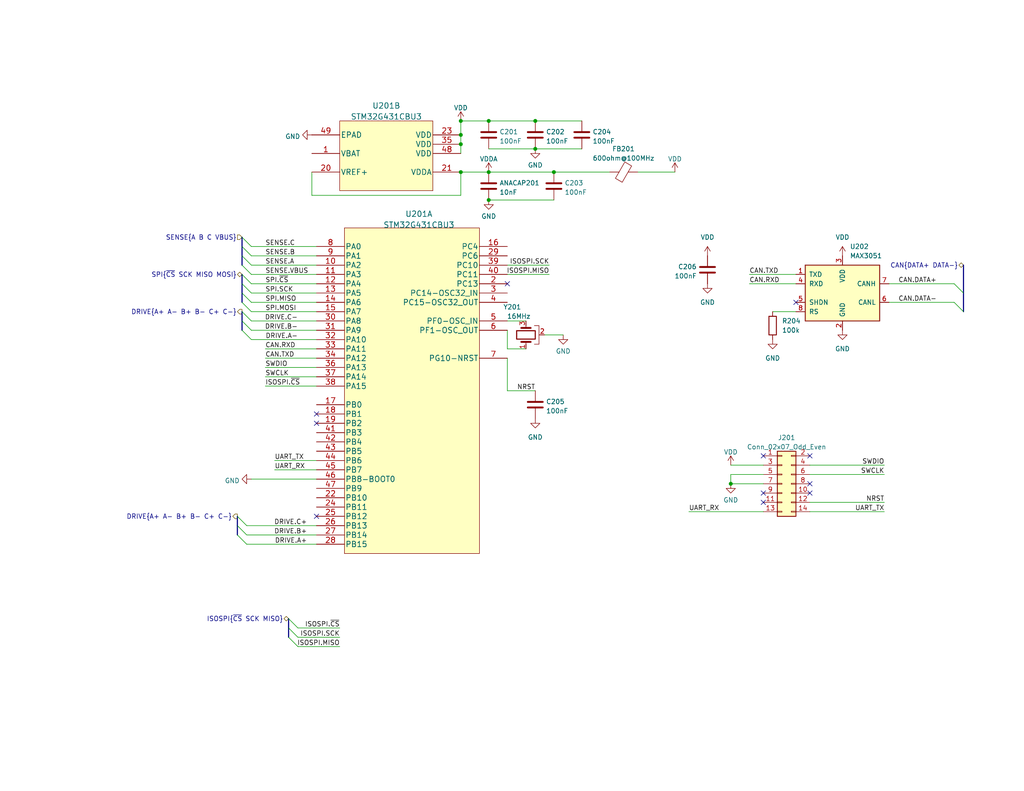
<source format=kicad_sch>
(kicad_sch (version 20230121) (generator eeschema)
  (paper "USLetter")
  (title_block (title "Radome Dish Motor Controller") (date "2023-03-29") (rev "1.0") (company "MIT Radio Society"))
  (lib_symbols
    (symbol "Connector_Generic:Conn_02x07_Odd_Even" (pin_names (offset 1.016) hide)
      (property "Reference" "J" (at 1.27 10.16 0))
      (property "Value" "Conn_02x07_Odd_Even" (at 1.27 -10.16 0))
      (symbol "Conn_02x07_Odd_Even_1_1"
        (rectangle (start -1.27 -7.493) (end 0 -7.747) (stroke (width 0.1524)))
        (rectangle (start -1.27 -4.953) (end 0 -5.207) (stroke (width 0.1524)))
        (rectangle (start -1.27 -2.413) (end 0 -2.667) (stroke (width 0.1524)))
        (rectangle (start -1.27 0.127) (end 0 -0.127) (stroke (width 0.1524)))
        (rectangle (start -1.27 2.667) (end 0 2.413) (stroke (width 0.1524)))
        (rectangle (start -1.27 5.207) (end 0 4.953) (stroke (width 0.1524)))
        (rectangle (start -1.27 7.747) (end 0 7.493) (stroke (width 0.1524)))
        (rectangle (start -1.27 8.89) (end 3.81 -8.89) (stroke (width 0.254)) (fill (type background)))
        (rectangle (start 3.81 -7.493) (end 2.54 -7.747) (stroke (width 0.1524)))
        (rectangle (start 3.81 -4.953) (end 2.54 -5.207) (stroke (width 0.1524)))
        (rectangle (start 3.81 -2.413) (end 2.54 -2.667) (stroke (width 0.1524)))
        (rectangle (start 3.81 0.127) (end 2.54 -0.127) (stroke (width 0.1524)))
        (rectangle (start 3.81 2.667) (end 2.54 2.413) (stroke (width 0.1524)))
        (rectangle (start 3.81 5.207) (end 2.54 4.953) (stroke (width 0.1524)))
        (rectangle (start 3.81 7.747) (end 2.54 7.493) (stroke (width 0.1524)))
        (pin passive line (at -5.08 7.62 0) (length 3.81) (name "Pin_1") (number "1"))
        (pin passive line (at 7.62 -2.54 180) (length 3.81) (name "Pin_10") (number "10"))
        (pin passive line (at -5.08 -5.08 0) (length 3.81) (name "Pin_11") (number "11"))
        (pin passive line (at 7.62 -5.08 180) (length 3.81) (name "Pin_12") (number "12"))
        (pin passive line (at -5.08 -7.62 0) (length 3.81) (name "Pin_13") (number "13"))
        (pin passive line (at 7.62 -7.62 180) (length 3.81) (name "Pin_14") (number "14"))
        (pin passive line (at 7.62 7.62 180) (length 3.81) (name "Pin_2") (number "2"))
        (pin passive line (at -5.08 5.08 0) (length 3.81) (name "Pin_3") (number "3"))
        (pin passive line (at 7.62 5.08 180) (length 3.81) (name "Pin_4") (number "4"))
        (pin passive line (at -5.08 2.54 0) (length 3.81) (name "Pin_5") (number "5"))
        (pin passive line (at 7.62 2.54 180) (length 3.81) (name "Pin_6") (number "6"))
        (pin passive line (at -5.08 0 0) (length 3.81) (name "Pin_7") (number "7"))
        (pin passive line (at 7.62 0 180) (length 3.81) (name "Pin_8") (number "8"))
        (pin passive line (at -5.08 -2.54 0) (length 3.81) (name "Pin_9") (number "9"))
      )
    )
    (symbol "Device:C" (pin_numbers hide) (pin_names (offset 0.254))
      (property "Reference" "C" (at 0.635 2.54 0))
      (property "Value" "C" (at 0.635 -2.54 0))
      (symbol "C_0_1"
        (polyline (pts (xy -2.032 -0.762) (xy 2.032 -0.762)) (stroke (width 0.508)))
        (polyline (pts (xy -2.032 0.762) (xy 2.032 0.762)) (stroke (width 0.508)))
      )
      (symbol "C_1_1"
        (pin passive line (at 0 3.81 270) (length 2.794) (name "~") (number "1"))
        (pin passive line (at 0 -3.81 90) (length 2.794) (name "~") (number "2"))
      )
    )
    (symbol "Device:Crystal_GND2" (pin_names (offset 1.016) hide)
      (property "Reference" "Y" (at 0 5.715 0))
      (property "Value" "Crystal_GND2" (at 0 3.81 0))
      (symbol "Crystal_GND2_0_1"
        (rectangle (start -1.143 2.54) (end 1.143 -2.54) (stroke (width 0.3048)))
        (polyline (pts (xy -2.54 0) (xy -1.905 0)))
        (polyline (pts (xy -1.905 -1.27) (xy -1.905 1.27)) (stroke (width 0.508)))
        (polyline (pts (xy 0 -3.81) (xy 0 -3.556)))
        (polyline (pts (xy 1.905 0) (xy 2.54 0)))
        (polyline (pts (xy 1.905 1.27) (xy 1.905 -1.27)) (stroke (width 0.508)))
        (polyline (pts (xy -2.54 -2.286) (xy -2.54 -3.556) (xy 2.54 -3.556) (xy 2.54 -2.286)))
      )
      (symbol "Crystal_GND2_1_1"
        (pin passive line (at -3.81 0 0) (length 1.27) (name "1") (number "1"))
        (pin passive line (at 0 -5.08 90) (length 1.27) (name "2") (number "2"))
        (pin passive line (at 3.81 0 180) (length 1.27) (name "3") (number "3"))
      )
    )
    (symbol "Device:FerriteBead" (pin_numbers hide) (pin_names (offset 0))
      (property "Reference" "FB" (at -3.81 0.635 90))
      (property "Value" "FerriteBead" (at 3.81 0 90))
      (symbol "FerriteBead_0_1"
        (polyline (pts (xy 0 -1.27) (xy 0 -1.2192)))
        (polyline (pts (xy 0 1.27) (xy 0 1.2954)))
        (polyline (pts (xy -2.7686 0.4064) (xy -1.7018 2.2606) (xy 2.7686 -0.3048) (xy 1.6764 -2.159) (xy -2.7686 0.4064)))
      )
      (symbol "FerriteBead_1_1"
        (pin passive line (at 0 3.81 270) (length 2.54) (name "~") (number "1"))
        (pin passive line (at 0 -3.81 90) (length 2.54) (name "~") (number "2"))
      )
    )
    (symbol "Device:R" (pin_numbers hide) (pin_names (offset 0))
      (property "Reference" "R" (at 2.032 0 90))
      (property "Value" "R" (at 0 0 90))
      (symbol "R_0_1"
        (rectangle (start -1.016 -2.54) (end 1.016 2.54) (stroke (width 0.254)))
      )
      (symbol "R_1_1"
        (pin passive line (at 0 3.81 270) (length 1.27) (name "~") (number "1"))
        (pin passive line (at 0 -3.81 90) (length 1.27) (name "~") (number "2"))
      )
    )
    (symbol "GND_1" (power) (pin_names (offset 0))
      (property "Value" "GND_1" (at 0 -3.81 0))
      (symbol "GND_1_0_1"
        (polyline (pts (xy 0 0) (xy 0 -1.27) (xy 1.27 -1.27) (xy 0 -2.54) (xy -1.27 -1.27) (xy 0 -1.27)))
      )
      (symbol "GND_1_1_1"
        (pin power_in line (at 0 0 270) (length 0) hide (name "GND") (number "1"))
      )
    )
    (symbol "GND_2" (power) (pin_names (offset 0))
      (property "Value" "GND_2" (at 0 -3.81 0))
      (symbol "GND_2_0_1"
        (polyline (pts (xy 0 0) (xy 0 -1.27) (xy 1.27 -1.27) (xy 0 -2.54) (xy -1.27 -1.27) (xy 0 -1.27)))
      )
      (symbol "GND_2_1_1"
        (pin power_in line (at 0 0 270) (length 0) hide (name "GND") (number "1"))
      )
    )
    (symbol "Interface_UART:MAX3051" (pin_names (offset 1.016))
      (property "Reference" "U" (at -10.16 8.89 0))
      (property "Value" "MAX3051" (at 2.54 8.89 0))
      (symbol "MAX3051_0_1"
        (rectangle (start -10.16 7.62) (end 10.16 -7.62) (stroke (width 0.254)) (fill (type background)))
      )
      (symbol "MAX3051_1_1"
        (pin input line (at -12.7 5.08 0) (length 2.54) (name "TXD") (number "1"))
        (pin power_in line (at 0 -10.16 90) (length 2.54) (name "GND") (number "2"))
        (pin power_in line (at 0 10.16 270) (length 2.54) (name "VDD") (number "3"))
        (pin output line (at -12.7 2.54 0) (length 2.54) (name "RXD") (number "4"))
        (pin input line (at -12.7 -2.54 0) (length 2.54) (name "SHDN") (number "5"))
        (pin bidirectional line (at 12.7 -2.54 180) (length 2.54) (name "CANL") (number "6"))
        (pin bidirectional line (at 12.7 2.54 180) (length 2.54) (name "CANH") (number "7"))
        (pin input line (at -12.7 -5.08 0) (length 2.54) (name "RS") (number "8"))
      )
    )
    (symbol "VDD_1" (power) (pin_names (offset 0))
      (property "Value" "VDD_1" (at 0 3.81 0))
      (symbol "VDD_1_0_1"
        (polyline (pts (xy -0.762 1.27) (xy 0 2.54)))
        (polyline (pts (xy 0 0) (xy 0 2.54)))
        (polyline (pts (xy 0 2.54) (xy 0.762 1.27)))
      )
      (symbol "VDD_1_1_1"
        (pin power_in line (at 0 0 90) (length 0) hide (name "VDD") (number "1"))
      )
    )
    (symbol "ayeiser_mcu:STM32G431CBU3_1" (pin_names (offset 0.254))
      (property "Reference" "U?" (at 27.94 8.89 0))
      (property "Value" "STM32G431CBU3_1" (at 27.94 5.8966 0))
      (symbol "STM32G431CBU3_1_1_1"
        (rectangle (start 7.62 5.08) (end 44.45 -83.82) (stroke (width 0.1524)) (fill (type background)))
        (pin bidirectional line (at 0 -5.08 0) (length 7.62) (name "PA2") (number "10"))
        (pin bidirectional line (at 0 -7.62 0) (length 7.62) (name "PA3") (number "11"))
        (pin bidirectional line (at 0 -10.16 0) (length 7.62) (name "PA4") (number "12"))
        (pin bidirectional line (at 0 -12.7 0) (length 7.62) (name "PA5") (number "13"))
        (pin bidirectional line (at 0 -15.24 0) (length 7.62) (name "PA6") (number "14"))
        (pin bidirectional line (at 0 -17.78 0) (length 7.62) (name "PA7") (number "15"))
        (pin bidirectional line (at 52.07 0 180) (length 7.62) (name "PC4") (number "16"))
        (pin bidirectional line (at 0 -43.18 0) (length 7.62) (name "PB0") (number "17"))
        (pin bidirectional line (at 0 -45.72 0) (length 7.62) (name "PB1") (number "18"))
        (pin bidirectional line (at 0 -48.26 0) (length 7.62) (name "PB2") (number "19"))
        (pin bidirectional line (at 52.07 -10.16 180) (length 7.62) (name "PC13") (number "2"))
        (pin bidirectional line (at 0 -68.58 0) (length 7.62) (name "PB10") (number "22"))
        (pin bidirectional line (at 0 -71.12 0) (length 7.62) (name "PB11") (number "24"))
        (pin bidirectional line (at 0 -73.66 0) (length 7.62) (name "PB12") (number "25"))
        (pin bidirectional line (at 0 -76.2 0) (length 7.62) (name "PB13") (number "26"))
        (pin bidirectional line (at 0 -78.74 0) (length 7.62) (name "PB14") (number "27"))
        (pin bidirectional line (at 0 -81.28 0) (length 7.62) (name "PB15") (number "28"))
        (pin bidirectional line (at 52.07 -2.54 180) (length 7.62) (name "PC6") (number "29"))
        (pin bidirectional line (at 52.07 -12.7 180) (length 7.62) (name "PC14-OSC32_IN") (number "3"))
        (pin bidirectional line (at 0 -20.32 0) (length 7.62) (name "PA8") (number "30"))
        (pin bidirectional line (at 0 -22.86 0) (length 7.62) (name "PA9") (number "31"))
        (pin bidirectional line (at 0 -25.4 0) (length 7.62) (name "PA10") (number "32"))
        (pin bidirectional line (at 0 -27.94 0) (length 7.62) (name "PA11") (number "33"))
        (pin bidirectional line (at 0 -30.48 0) (length 7.62) (name "PA12") (number "34"))
        (pin bidirectional line (at 0 -33.02 0) (length 7.62) (name "PA13") (number "36"))
        (pin bidirectional line (at 0 -35.56 0) (length 7.62) (name "PA14") (number "37"))
        (pin bidirectional line (at 0 -38.1 0) (length 7.62) (name "PA15") (number "38"))
        (pin bidirectional line (at 52.07 -5.08 180) (length 7.62) (name "PC10") (number "39"))
        (pin bidirectional line (at 52.07 -15.24 180) (length 7.62) (name "PC15-OSC32_OUT") (number "4"))
        (pin bidirectional line (at 52.07 -7.62 180) (length 7.62) (name "PC11") (number "40"))
        (pin bidirectional line (at 0 -50.8 0) (length 7.62) (name "PB3") (number "41"))
        (pin bidirectional line (at 0 -53.34 0) (length 7.62) (name "PB4") (number "42"))
        (pin bidirectional line (at 0 -55.88 0) (length 7.62) (name "PB5") (number "43"))
        (pin bidirectional line (at 0 -58.42 0) (length 7.62) (name "PB6") (number "44"))
        (pin bidirectional line (at 0 -60.96 0) (length 7.62) (name "PB7") (number "45"))
        (pin bidirectional line (at 0 -63.5 0) (length 7.62) (name "PB8-BOOT0") (number "46"))
        (pin bidirectional line (at 0 -66.04 0) (length 7.62) (name "PB9") (number "47"))
        (pin bidirectional line (at 52.07 -20.32 180) (length 7.62) (name "PF0-OSC_IN") (number "5"))
        (pin bidirectional line (at 52.07 -22.86 180) (length 7.62) (name "PF1-OSC_OUT") (number "6"))
        (pin bidirectional line (at 52.07 -30.48 180) (length 7.62) (name "PG10-NRST") (number "7"))
        (pin bidirectional line (at 0 0 0) (length 7.62) (name "PA0") (number "8"))
        (pin bidirectional line (at 0 -2.54 0) (length 7.62) (name "PA1") (number "9"))
      )
      (symbol "STM32G431CBU3_1_2_1"
        (rectangle (start 7.62 3.81) (end 33.02 -15.24) (stroke (width 0.1524)) (fill (type background)))
        (pin power_in line (at 0 -5.08 0) (length 7.62) (name "VBAT") (number "1"))
        (pin power_in line (at 0 -10.16 0) (length 7.62) (name "VREF+") (number "20"))
        (pin power_in line (at 40.64 -10.16 180) (length 7.62) (name "VDDA") (number "21"))
        (pin power_in line (at 40.64 0 180) (length 7.62) (name "VDD") (number "23"))
        (pin power_in line (at 40.64 -2.54 180) (length 7.62) (name "VDD") (number "35"))
        (pin power_in line (at 40.64 -5.08 180) (length 7.62) (name "VDD") (number "48"))
        (pin unspecified line (at 0 0 0) (length 7.62) (name "EPAD") (number "49"))
      )
    )
    (symbol "power:GND" (power) (pin_names (offset 0))
      (property "Value" "GND" (at 0 -3.81 0))
      (symbol "GND_0_1"
        (polyline (pts (xy 0 0) (xy 0 -1.27) (xy 1.27 -1.27) (xy 0 -2.54) (xy -1.27 -1.27) (xy 0 -1.27)))
      )
      (symbol "GND_1_1"
        (pin power_in line (at 0 0 270) (length 0) hide (name "GND") (number "1"))
      )
    )
    (symbol "power:VDD" (power) (pin_names (offset 0))
      (property "Value" "VDD" (at 0 3.81 0))
      (symbol "VDD_0_1"
        (polyline (pts (xy -0.762 1.27) (xy 0 2.54)))
        (polyline (pts (xy 0 0) (xy 0 2.54)))
        (polyline (pts (xy 0 2.54) (xy 0.762 1.27)))
      )
      (symbol "VDD_1_1"
        (pin power_in line (at 0 0 90) (length 0) hide (name "VDD") (number "1"))
      )
    )
    (symbol "power:VDDA" (power) (pin_names (offset 0))
      (property "Value" "VDDA" (at 0 3.81 0))
      (symbol "VDDA_0_1"
        (polyline (pts (xy -0.762 1.27) (xy 0 2.54)))
        (polyline (pts (xy 0 0) (xy 0 2.54)))
        (polyline (pts (xy 0 2.54) (xy 0.762 1.27)))
      )
      (symbol "VDDA_1_1"
        (pin power_in line (at 0 0 90) (length 0) hide (name "VDDA") (number "1"))
      )
    )
  )
  (junction (at 133.35 33.02))
  (junction (at 125.73 46.99))
  (junction (at 151.13 46.99))
  (junction (at 125.73 39.37))
  (junction (at 199.39 132.08))
  (junction (at 125.73 36.83))
  (junction (at 146.05 40.64))
  (junction (at 133.35 46.99))
  (junction (at 125.73 33.02))
  (junction (at 146.05 33.02))
  (junction (at 133.35 54.61))
  (no_connect (at 220.98 132.08))
  (no_connect (at 208.28 124.46))
  (no_connect (at 208.28 137.16))
  (no_connect (at 86.36 140.97))
  (no_connect (at 138.43 77.47))
  (no_connect (at 217.17 82.55))
  (no_connect (at 86.36 115.57))
  (no_connect (at 220.98 134.62))
  (no_connect (at 220.98 124.46))
  (no_connect (at 86.36 113.03))
  (no_connect (at 208.28 134.62))
  (bus_entry (at 66.04 90.17) (size 2.54 2.54))
  (bus_entry (at 66.04 77.47) (size 2.54 2.54))
  (bus_entry (at 78.74 168.91) (size 2.54 2.54))
  (bus_entry (at 66.04 82.55) (size 2.54 2.54))
  (bus_entry (at 260.35 77.47) (size 2.54 2.54))
  (bus_entry (at 64.77 143.51) (size 2.54 2.54))
  (bus_entry (at 64.77 146.05) (size 2.54 2.54))
  (bus_entry (at 66.04 85.09) (size 2.54 2.54))
  (bus_entry (at 64.77 140.97) (size 2.54 2.54))
  (bus_entry (at 78.74 171.45) (size 2.54 2.54))
  (bus_entry (at 66.04 64.77) (size 2.54 2.54))
  (bus_entry (at 78.74 173.99) (size 2.54 2.54))
  (bus_entry (at 66.04 72.39) (size 2.54 2.54))
  (bus_entry (at 66.04 87.63) (size 2.54 2.54))
  (bus_entry (at 66.04 80.01) (size 2.54 2.54))
  (bus_entry (at 66.04 67.31) (size 2.54 2.54))
  (bus_entry (at 66.04 69.85) (size 2.54 2.54))
  (bus_entry (at 260.35 82.55) (size 2.54 2.54))
  (bus_entry (at 66.04 74.93) (size 2.54 2.54))
  (bus (pts (xy 78.74 168.91) (xy 78.74 171.45)))
  (wire (pts (xy 68.58 90.17) (xy 86.36 90.17)))
  (wire (pts (xy 125.73 36.83) (xy 125.73 39.37)))
  (wire (pts (xy 68.58 85.09) (xy 86.36 85.09)))
  (wire (pts (xy 138.43 74.93) (xy 149.86 74.93)))
  (bus (pts (xy 66.04 80.01) (xy 66.04 82.55)))
  (wire (pts (xy 68.58 77.47) (xy 86.36 77.47)))
  (wire (pts (xy 199.39 132.08) (xy 208.28 132.08)))
  (wire (pts (xy 68.58 130.81) (xy 86.36 130.81)))
  (bus (pts (xy 66.04 87.63) (xy 66.04 85.09)))
  (wire (pts (xy 133.35 40.64) (xy 146.05 40.64)))
  (wire (pts (xy 220.98 129.54) (xy 241.3 129.54)))
  (wire (pts (xy 81.28 176.53) (xy 92.71 176.53)))
  (wire (pts (xy 138.43 106.68) (xy 146.05 106.68)))
  (wire (pts (xy 199.39 127) (xy 208.28 127)))
  (wire (pts (xy 85.09 53.34) (xy 125.73 53.34)))
  (wire (pts (xy 138.43 87.63) (xy 143.51 87.63)))
  (wire (pts (xy 143.51 95.25) (xy 138.43 95.25)))
  (bus (pts (xy 66.04 74.93) (xy 66.04 77.47)))
  (bus (pts (xy 262.89 72.39) (xy 262.89 80.01)))
  (wire (pts (xy 68.58 80.01) (xy 86.36 80.01)))
  (wire (pts (xy 138.43 95.25) (xy 138.43 90.17)))
  (wire (pts (xy 242.57 82.55) (xy 260.35 82.55)))
  (wire (pts (xy 68.58 87.63) (xy 86.36 87.63)))
  (wire (pts (xy 210.82 85.09) (xy 217.17 85.09)))
  (wire (pts (xy 72.39 97.79) (xy 86.36 97.79)))
  (wire (pts (xy 146.05 33.02) (xy 158.75 33.02)))
  (wire (pts (xy 81.28 171.45) (xy 92.71 171.45)))
  (bus (pts (xy 66.04 77.47) (xy 66.04 80.01)))
  (wire (pts (xy 125.73 33.02) (xy 133.35 33.02)))
  (wire (pts (xy 125.73 39.37) (xy 125.73 41.91)))
  (bus (pts (xy 262.89 80.01) (xy 262.89 85.09)))
  (wire (pts (xy 86.36 105.41) (xy 72.39 105.41)))
  (wire (pts (xy 68.58 82.55) (xy 86.36 82.55)))
  (bus (pts (xy 66.04 69.85) (xy 66.04 67.31)))
  (wire (pts (xy 204.47 74.93) (xy 217.17 74.93)))
  (wire (pts (xy 133.35 54.61) (xy 151.13 54.61)))
  (wire (pts (xy 74.93 125.73) (xy 86.36 125.73)))
  (wire (pts (xy 242.57 77.47) (xy 260.35 77.47)))
  (wire (pts (xy 68.58 74.93) (xy 86.36 74.93)))
  (wire (pts (xy 72.39 100.33) (xy 86.36 100.33)))
  (bus (pts (xy 66.04 90.17) (xy 66.04 87.63)))
  (wire (pts (xy 187.96 139.7) (xy 208.28 139.7)))
  (bus (pts (xy 64.77 146.05) (xy 64.77 143.51)))
  (wire (pts (xy 74.93 128.27) (xy 86.36 128.27)))
  (wire (pts (xy 125.73 33.02) (xy 125.73 36.83)))
  (wire (pts (xy 68.58 69.85) (xy 86.36 69.85)))
  (wire (pts (xy 125.73 53.34) (xy 125.73 46.99)))
  (wire (pts (xy 68.58 92.71) (xy 86.36 92.71)))
  (wire (pts (xy 148.59 91.44) (xy 153.67 91.44)))
  (wire (pts (xy 204.47 77.47) (xy 217.17 77.47)))
  (wire (pts (xy 67.31 143.51) (xy 86.36 143.51)))
  (wire (pts (xy 220.98 127) (xy 241.3 127)))
  (wire (pts (xy 199.39 132.08) (xy 199.39 129.54)))
  (wire (pts (xy 151.13 46.99) (xy 166.37 46.99)))
  (bus (pts (xy 78.74 171.45) (xy 78.74 173.99)))
  (bus (pts (xy 66.04 69.85) (xy 66.04 72.39)))
  (wire (pts (xy 85.09 46.99) (xy 85.09 53.34)))
  (bus (pts (xy 66.04 67.31) (xy 66.04 64.77)))
  (wire (pts (xy 133.35 46.99) (xy 151.13 46.99)))
  (wire (pts (xy 138.43 72.39) (xy 149.86 72.39)))
  (wire (pts (xy 220.98 137.16) (xy 241.3 137.16)))
  (wire (pts (xy 125.73 46.99) (xy 133.35 46.99)))
  (wire (pts (xy 72.39 102.87) (xy 86.36 102.87)))
  (wire (pts (xy 138.43 97.79) (xy 138.43 106.68)))
  (wire (pts (xy 68.58 67.31) (xy 86.36 67.31)))
  (wire (pts (xy 133.35 33.02) (xy 146.05 33.02)))
  (wire (pts (xy 220.98 139.7) (xy 241.3 139.7)))
  (wire (pts (xy 67.31 146.05) (xy 86.36 146.05)))
  (wire (pts (xy 81.28 173.99) (xy 92.71 173.99)))
  (wire (pts (xy 68.58 72.39) (xy 86.36 72.39)))
  (wire (pts (xy 72.39 95.25) (xy 86.36 95.25)))
  (wire (pts (xy 67.31 148.59) (xy 86.36 148.59)))
  (wire (pts (xy 199.39 129.54) (xy 208.28 129.54)))
  (wire (pts (xy 173.99 46.99) (xy 184.15 46.99)))
  (wire (pts (xy 146.05 40.64) (xy 158.75 40.64)))
  (bus (pts (xy 64.77 143.51) (xy 64.77 140.97)))
  (label "ISOSPI.~{CS}" (at 92.71 171.45 180))
  (label "ISOSPI.~{CS}" (at 72.39 105.41 0))
  (label "DRIVE.A-" (at 81.28 92.71 180))
  (label "UART_TX" (at 74.93 125.73 0))
  (label "UART_RX" (at 187.96 139.7 0))
  (label "NRST" (at 241.3 137.16 180))
  (label "NRST" (at 146.05 106.68 180))
  (label "DRIVE.B+" (at 83.82 146.05 180))
  (label "SWCLK" (at 72.39 102.87 0))
  (label "CAN.DATA+" (at 245.11 77.47 0))
  (label "SWDIO" (at 72.39 100.33 0))
  (label "UART_TX" (at 241.3 139.7 180))
  (label "DRIVE.C+" (at 83.82 143.51 180))
  (label "ISOSPI.SCK" (at 149.86 72.39 180))
  (label "ISOSPI.MISO" (at 149.86 74.93 180))
  (label "SPI.SCK" (at 72.39 80.01 0))
  (label "SWCLK" (at 241.3 129.54 180))
  (label "DRIVE.C-" (at 81.28 87.63 180))
  (label "UART_RX" (at 74.93 128.27 0))
  (label "CAN.RXD" (at 204.47 77.47 0))
  (label "SPI.MOSI" (at 72.39 85.09 0))
  (label "ISOSPI.SCK" (at 92.71 173.99 180))
  (label "DRIVE.A+" (at 83.82 148.59 180))
  (label "SENSE.C" (at 72.39 67.31 0))
  (label "CAN.TXD" (at 72.39 97.79 0))
  (label "ISOSPI.MISO" (at 92.71 176.53 180))
  (label "DRIVE.B-" (at 81.28 90.17 180))
  (label "CAN.TXD" (at 204.47 74.93 0))
  (label "CAN.RXD" (at 72.39 95.25 0))
  (label "SENSE.A" (at 72.39 72.39 0))
  (label "SENSE.VBUS" (at 72.39 74.93 0))
  (label "SPI.~{CS}" (at 72.39 77.47 0))
  (label "SWDIO" (at 241.3 127 180))
  (label "CAN.DATA-" (at 245.11 82.55 0))
  (label "SPI.MISO" (at 72.39 82.55 0))
  (label "SENSE.B" (at 72.39 69.85 0))
  (hierarchical_label "SENSE{A B C VBUS}" (shape input) (at 66.04 64.77 180))
  (hierarchical_label "SPI{~{CS} SCK MISO MOSI}" (shape bidirectional) (at 66.04 74.93 180))
  (hierarchical_label "DRIVE{A+ A- B+ B- C+ C-}" (shape output) (at 66.04 85.09 180))
  (hierarchical_label "ISOSPI{~{CS} SCK MISO}" (shape bidirectional) (at 78.74 168.91 180))
  (hierarchical_label "CAN{DATA+ DATA-}" (shape bidirectional) (at 262.89 72.39 180))
  (hierarchical_label "DRIVE{A+ A- B+ B- C+ C-}" (shape output) (at 64.77 140.97 180))
  (symbol (lib_id "Connector_Generic:Conn_02x07_Odd_Even") (at 213.36 132.08 0) (unit 1)
    (property "Reference" "J201" (at 214.63 119.4902 0))
    (property "Value" "Conn_02x07_Odd_Even" (at 214.63 122.0271 0))
    (property "Footprint" "Connector_PinHeader_1.27mm:PinHeader_2x07_P1.27mm_Vertical_SMD" (effects hide))
    (property "digikeypn" "1175-1736-ND" (effects hide))
    (property "LCSC" "C5445007" (effects hide))
  )
  (symbol (lib_name "VDD_1") (lib_id "power:VDD") (at 229.87 69.85 0) (unit 1)
    (property "Reference" "#PWR0217" (effects hide))
    (property "Value" "VDD" (at 229.87 64.77 0))
  )
  (symbol (lib_id "power:GND") (at 68.58 130.81 270) (unit 1)
    (property "Reference" "#PWR0202" (effects hide))
    (property "Value" "GND" (at 65.4051 131.2438 90) (effects (justify right)))
  )
  (symbol (lib_id "Interface_UART:MAX3051") (at 229.87 80.01 0) (unit 1)
    (property "Reference" "U202" (at 231.8894 67.31 0) (effects (justify left)))
    (property "Value" "MAX3051" (at 231.8894 69.85 0) (effects (justify left)))
    (property "Footprint" "Package_SO:SO-8_3.9x4.9mm_P1.27mm" (effects hide))
    (property "Datasheet" "http://datasheets.maximintegrated.com/en/ds/MAX3051.pdf" (effects hide))
    (property "LCSC" "C15648" (effects hide))
  )
  (symbol (lib_id "Device:C") (at 146.05 110.49 0) (unit 1)
    (property "Reference" "C205" (at 148.971 109.6553 0) (effects (justify left)))
    (property "Value" "100nF" (at 148.971 112.1922 0) (effects (justify left)))
    (property "Footprint" "Capacitor_SMD:C_0603_1608Metric" (effects hide))
    (property "digikeypn" "1276-1935-1-ND" (effects hide))
    (property "LCSC" "C1591" (effects hide))
  )
  (symbol (lib_name "VDD_1") (lib_id "power:VDD") (at 193.04 69.85 0) (unit 1)
    (property "Reference" "#PWR0201" (effects hide))
    (property "Value" "VDD" (at 193.04 64.77 0))
  )
  (symbol (lib_id "Device:C") (at 158.75 36.83 0) (unit 1)
    (property "Reference" "C204" (at 161.671 35.9953 0) (effects (justify left)))
    (property "Value" "100nF" (at 161.671 38.5322 0) (effects (justify left)))
    (property "Footprint" "Capacitor_SMD:C_0603_1608Metric" (effects hide))
    (property "digikeypn" "1276-1935-1-ND" (effects hide))
    (property "LCSC" "C1591" (effects hide))
  )
  (symbol (lib_id "Device:C") (at 151.13 50.8 0) (unit 1)
    (property "Reference" "C203" (at 154.051 49.9653 0) (effects (justify left)))
    (property "Value" "100nF" (at 154.051 52.5022 0) (effects (justify left)))
    (property "Footprint" "Capacitor_SMD:C_0603_1608Metric" (effects hide))
    (property "digikeypn" "1276-1935-1-ND" (effects hide))
    (property "LCSC" "C1591" (effects hide))
  )
  (symbol (lib_id "power:GND") (at 133.35 54.61 0) (unit 1)
    (property "Reference" "#PWR0207" (effects hide))
    (property "Value" "GND" (at 133.35 59.0534 0))
  )
  (symbol (lib_id "power:GND") (at 146.05 40.64 0) (unit 1)
    (property "Reference" "#PWR0208" (effects hide))
    (property "Value" "GND" (at 146.05 45.0834 0))
  )
  (symbol (lib_id "power:GND") (at 199.39 132.08 0) (unit 1)
    (property "Reference" "#PWR0215" (effects hide))
    (property "Value" "GND" (at 199.39 136.5234 0))
  )
  (symbol (lib_id "Device:C") (at 133.35 36.83 0) (unit 1)
    (property "Reference" "C201" (at 136.271 35.9953 0) (effects (justify left)))
    (property "Value" "100nF" (at 136.271 38.5322 0) (effects (justify left)))
    (property "Footprint" "Capacitor_SMD:C_0603_1608Metric" (effects hide))
    (property "digikeypn" "1276-1935-1-ND" (effects hide))
    (property "LCSC" "C1591" (effects hide))
  )
  (symbol (lib_name "GND_2") (lib_id "power:GND") (at 146.05 114.3 0) (unit 1)
    (property "Reference" "#PWR0213" (effects hide))
    (property "Value" "GND" (at 146.05 119.38 0))
  )
  (symbol (lib_id "Device:R") (at 210.82 88.9 0) (unit 1)
    (property "Reference" "R204" (at 213.36 87.6299 0) (effects (justify left)))
    (property "Value" "100k" (at 213.36 90.1699 0) (effects (justify left)))
    (property "Footprint" "Resistor_SMD:R_0603_1608Metric" (effects hide))
    (property "LCSC" "C25803" (effects hide))
  )
  (symbol (lib_name "GND_1") (lib_id "power:GND") (at 210.82 92.71 0) (unit 1)
    (property "Reference" "#PWR0216" (effects hide))
    (property "Value" "GND" (at 210.82 97.79 0))
  )
  (symbol (lib_id "Device:C") (at 133.35 50.8 0) (unit 1)
    (property "Reference" "ANACAP201" (at 136.271 49.9653 0) (effects (justify left)))
    (property "Value" "10nF" (at 136.271 52.5022 0) (effects (justify left)))
    (property "Footprint" "Capacitor_SMD:C_0603_1608Metric" (effects hide))
    (property "digikeypn" "1276-1009-1-ND" (effects hide))
    (property "LCSC" "C1589" (effects hide))
  )
  (symbol (lib_id "Device:Crystal_GND2") (at 143.51 91.44 90) (unit 1)
    (property "Reference" "Y201" (at 142.24 83.82 90) (effects (justify left)))
    (property "Value" "16MHz" (at 144.78 86.3569 90) (effects (justify left)))
    (property "Footprint" "Crystal:Resonator_SMD_Murata_CSTxExxV-3Pin_3.0x1.1mm" (effects hide))
    (property "digikeypn" "490-17948-1-ND" (effects hide))
    (property "LCSC" "C341521" (effects hide))
  )
  (symbol (lib_id "power:VDD") (at 125.73 33.02 0) (unit 1)
    (property "Reference" "#PWR0205" (effects hide))
    (property "Value" "VDD" (at 125.73 29.4442 0))
  )
  (symbol (lib_id "power:VDD") (at 199.39 127 0) (unit 1)
    (property "Reference" "#PWR0214" (effects hide))
    (property "Value" "VDD" (at 199.39 123.4242 0))
  )
  (symbol (lib_id "ayeiser_mcu:STM32G431CBU3_1") (at 86.36 67.31 0) (unit 1)
    (property "Reference" "U201" (at 114.3 58.42 0) (effects (font (size 1.524 1.524))))
    (property "Value" "STM32G431CBU3" (at 114.3 61.4134 0) (effects (font (size 1.524 1.524))))
    (property "Footprint" "Package_DFN_QFN:QFN-48-1EP_7x7mm_P0.5mm_EP5.3x5.3mm" (effects hide))
    (property "digikeypn" "STM32G431CBU3-ND" (effects hide))
    (property "LCSC" "C529356" (effects hide))
  )
  (symbol (lib_id "power:GND") (at 85.09 36.83 270) (unit 1)
    (property "Reference" "#PWR0204" (effects hide))
    (property "Value" "GND" (at 81.9151 37.2638 90) (effects (justify right)))
  )
  (symbol (lib_id "power:GND") (at 153.67 91.44 0) (unit 1)
    (property "Reference" "#PWR0209" (effects hide))
    (property "Value" "GND" (at 153.67 95.8834 0))
  )
  (symbol (lib_id "Device:C") (at 193.04 73.66 0) (mirror y) (unit 1)
    (property "Reference" "C206" (at 190.119 72.8253 0) (effects (justify left)))
    (property "Value" "100nF" (at 190.119 75.3622 0) (effects (justify left)))
    (property "Footprint" "Capacitor_SMD:C_0603_1608Metric" (effects hide))
    (property "digikeypn" "1276-1935-1-ND" (effects hide))
    (property "LCSC" "C1591" (effects hide))
  )
  (symbol (lib_id "ayeiser_mcu:STM32G431CBU3_1") (at 85.09 36.83 0) (unit 2)
    (property "Reference" "U201" (at 105.41 28.8597 0) (effects (font (size 1.524 1.524))))
    (property "Value" "STM32G431CBU3" (at 105.41 31.8531 0) (effects (font (size 1.524 1.524))))
    (property "Footprint" "Package_DFN_QFN:QFN-48-1EP_7x7mm_P0.5mm_EP5.3x5.3mm" (effects hide))
    (property "digikeypn" "STM32G431CBU3-ND" (effects hide))
    (property "LCSC" "C529356" (effects hide))
  )
  (symbol (lib_id "power:VDDA") (at 133.35 46.99 0) (unit 1)
    (property "Reference" "#PWR0206" (effects hide))
    (property "Value" "VDDA" (at 133.35 43.4142 0))
    (property "Footprint" "Inductor_SMD:L_0603_1608Metric" (effects hide))
  )
  (symbol (lib_name "GND_1") (lib_id "power:GND") (at 229.87 90.17 0) (unit 1)
    (property "Reference" "#PWR0218" (effects hide))
    (property "Value" "GND" (at 229.87 95.25 0))
  )
  (symbol (lib_id "Device:FerriteBead") (at 170.18 46.99 90) (unit 1)
    (property "Reference" "FB201" (at 170.1292 40.6486 90))
    (property "Value" "600ohm@100MHz" (at 170.1292 43.1855 90))
    (property "Footprint" "Inductor_SMD:L_0603_1608Metric" (effects hide))
    (property "digikeypn" "732-1593-1-ND" (effects hide))
    (property "LCSC" "C20345" (effects hide))
  )
  (symbol (lib_id "Device:C") (at 146.05 36.83 0) (unit 1)
    (property "Reference" "C202" (at 148.971 35.9953 0) (effects (justify left)))
    (property "Value" "100nF" (at 148.971 38.5322 0) (effects (justify left)))
    (property "Footprint" "Capacitor_SMD:C_0603_1608Metric" (effects hide))
    (property "digikeypn" "1276-1935-1-ND" (effects hide))
    (property "LCSC" "C1591" (effects hide))
  )
  (symbol (lib_name "GND_1") (lib_id "power:GND") (at 193.04 77.47 0) (unit 1)
    (property "Reference" "#PWR0203" (effects hide))
    (property "Value" "GND" (at 193.04 82.55 0))
  )
  (symbol (lib_id "power:VDD") (at 184.15 46.99 0) (unit 1)
    (property "Reference" "#PWR0212" (effects hide))
    (property "Value" "VDD" (at 184.15 43.4142 0))
  )
)
</source>
